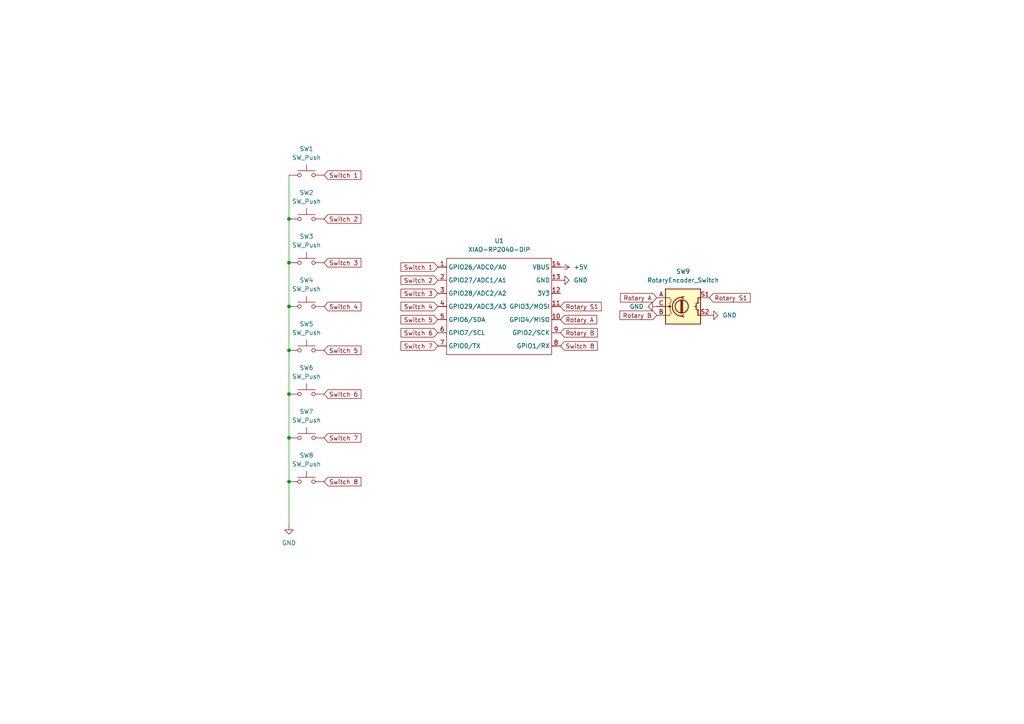
<source format=kicad_sch>
(kicad_sch
	(version 20250114)
	(generator "eeschema")
	(generator_version "9.0")
	(uuid "0162ad42-5e75-4a8e-9567-19ce2367ae9d")
	(paper "A4")
	(lib_symbols
		(symbol "Device:RotaryEncoder_Switch"
			(pin_names
				(offset 0.254)
				(hide yes)
			)
			(exclude_from_sim no)
			(in_bom yes)
			(on_board yes)
			(property "Reference" "SW"
				(at 0 6.604 0)
				(effects
					(font
						(size 1.27 1.27)
					)
				)
			)
			(property "Value" "RotaryEncoder_Switch"
				(at 0 -6.604 0)
				(effects
					(font
						(size 1.27 1.27)
					)
				)
			)
			(property "Footprint" ""
				(at -3.81 4.064 0)
				(effects
					(font
						(size 1.27 1.27)
					)
					(hide yes)
				)
			)
			(property "Datasheet" "~"
				(at 0 6.604 0)
				(effects
					(font
						(size 1.27 1.27)
					)
					(hide yes)
				)
			)
			(property "Description" "Rotary encoder, dual channel, incremental quadrate outputs, with switch"
				(at 0 0 0)
				(effects
					(font
						(size 1.27 1.27)
					)
					(hide yes)
				)
			)
			(property "ki_keywords" "rotary switch encoder switch push button"
				(at 0 0 0)
				(effects
					(font
						(size 1.27 1.27)
					)
					(hide yes)
				)
			)
			(property "ki_fp_filters" "RotaryEncoder*Switch*"
				(at 0 0 0)
				(effects
					(font
						(size 1.27 1.27)
					)
					(hide yes)
				)
			)
			(symbol "RotaryEncoder_Switch_0_1"
				(rectangle
					(start -5.08 5.08)
					(end 5.08 -5.08)
					(stroke
						(width 0.254)
						(type default)
					)
					(fill
						(type background)
					)
				)
				(polyline
					(pts
						(xy -5.08 2.54) (xy -3.81 2.54) (xy -3.81 2.032)
					)
					(stroke
						(width 0)
						(type default)
					)
					(fill
						(type none)
					)
				)
				(polyline
					(pts
						(xy -5.08 0) (xy -3.81 0) (xy -3.81 -1.016) (xy -3.302 -2.032)
					)
					(stroke
						(width 0)
						(type default)
					)
					(fill
						(type none)
					)
				)
				(polyline
					(pts
						(xy -5.08 -2.54) (xy -3.81 -2.54) (xy -3.81 -2.032)
					)
					(stroke
						(width 0)
						(type default)
					)
					(fill
						(type none)
					)
				)
				(polyline
					(pts
						(xy -4.318 0) (xy -3.81 0) (xy -3.81 1.016) (xy -3.302 2.032)
					)
					(stroke
						(width 0)
						(type default)
					)
					(fill
						(type none)
					)
				)
				(circle
					(center -3.81 0)
					(radius 0.254)
					(stroke
						(width 0)
						(type default)
					)
					(fill
						(type outline)
					)
				)
				(polyline
					(pts
						(xy -0.635 -1.778) (xy -0.635 1.778)
					)
					(stroke
						(width 0.254)
						(type default)
					)
					(fill
						(type none)
					)
				)
				(circle
					(center -0.381 0)
					(radius 1.905)
					(stroke
						(width 0.254)
						(type default)
					)
					(fill
						(type none)
					)
				)
				(polyline
					(pts
						(xy -0.381 -1.778) (xy -0.381 1.778)
					)
					(stroke
						(width 0.254)
						(type default)
					)
					(fill
						(type none)
					)
				)
				(arc
					(start -0.381 -2.794)
					(mid -3.0988 -0.0635)
					(end -0.381 2.667)
					(stroke
						(width 0.254)
						(type default)
					)
					(fill
						(type none)
					)
				)
				(polyline
					(pts
						(xy -0.127 1.778) (xy -0.127 -1.778)
					)
					(stroke
						(width 0.254)
						(type default)
					)
					(fill
						(type none)
					)
				)
				(polyline
					(pts
						(xy 0.254 2.921) (xy -0.508 2.667) (xy 0.127 2.286)
					)
					(stroke
						(width 0.254)
						(type default)
					)
					(fill
						(type none)
					)
				)
				(polyline
					(pts
						(xy 0.254 -3.048) (xy -0.508 -2.794) (xy 0.127 -2.413)
					)
					(stroke
						(width 0.254)
						(type default)
					)
					(fill
						(type none)
					)
				)
				(polyline
					(pts
						(xy 3.81 1.016) (xy 3.81 -1.016)
					)
					(stroke
						(width 0.254)
						(type default)
					)
					(fill
						(type none)
					)
				)
				(polyline
					(pts
						(xy 3.81 0) (xy 3.429 0)
					)
					(stroke
						(width 0.254)
						(type default)
					)
					(fill
						(type none)
					)
				)
				(circle
					(center 4.318 1.016)
					(radius 0.127)
					(stroke
						(width 0.254)
						(type default)
					)
					(fill
						(type none)
					)
				)
				(circle
					(center 4.318 -1.016)
					(radius 0.127)
					(stroke
						(width 0.254)
						(type default)
					)
					(fill
						(type none)
					)
				)
				(polyline
					(pts
						(xy 5.08 2.54) (xy 4.318 2.54) (xy 4.318 1.016)
					)
					(stroke
						(width 0.254)
						(type default)
					)
					(fill
						(type none)
					)
				)
				(polyline
					(pts
						(xy 5.08 -2.54) (xy 4.318 -2.54) (xy 4.318 -1.016)
					)
					(stroke
						(width 0.254)
						(type default)
					)
					(fill
						(type none)
					)
				)
			)
			(symbol "RotaryEncoder_Switch_1_1"
				(pin passive line
					(at -7.62 2.54 0)
					(length 2.54)
					(name "A"
						(effects
							(font
								(size 1.27 1.27)
							)
						)
					)
					(number "A"
						(effects
							(font
								(size 1.27 1.27)
							)
						)
					)
				)
				(pin passive line
					(at -7.62 0 0)
					(length 2.54)
					(name "C"
						(effects
							(font
								(size 1.27 1.27)
							)
						)
					)
					(number "C"
						(effects
							(font
								(size 1.27 1.27)
							)
						)
					)
				)
				(pin passive line
					(at -7.62 -2.54 0)
					(length 2.54)
					(name "B"
						(effects
							(font
								(size 1.27 1.27)
							)
						)
					)
					(number "B"
						(effects
							(font
								(size 1.27 1.27)
							)
						)
					)
				)
				(pin passive line
					(at 7.62 2.54 180)
					(length 2.54)
					(name "S1"
						(effects
							(font
								(size 1.27 1.27)
							)
						)
					)
					(number "S1"
						(effects
							(font
								(size 1.27 1.27)
							)
						)
					)
				)
				(pin passive line
					(at 7.62 -2.54 180)
					(length 2.54)
					(name "S2"
						(effects
							(font
								(size 1.27 1.27)
							)
						)
					)
					(number "S2"
						(effects
							(font
								(size 1.27 1.27)
							)
						)
					)
				)
			)
			(embedded_fonts no)
		)
		(symbol "OPL Kicad Library:XIAO-RP2040-DIP"
			(exclude_from_sim no)
			(in_bom yes)
			(on_board yes)
			(property "Reference" "U"
				(at 0 0 0)
				(effects
					(font
						(size 1.27 1.27)
					)
				)
			)
			(property "Value" "XIAO-RP2040-DIP"
				(at 5.334 -1.778 0)
				(effects
					(font
						(size 1.27 1.27)
					)
				)
			)
			(property "Footprint" "Module:MOUDLE14P-XIAO-DIP-SMD"
				(at 14.478 -32.258 0)
				(effects
					(font
						(size 1.27 1.27)
					)
					(hide yes)
				)
			)
			(property "Datasheet" ""
				(at 0 0 0)
				(effects
					(font
						(size 1.27 1.27)
					)
					(hide yes)
				)
			)
			(property "Description" ""
				(at 0 0 0)
				(effects
					(font
						(size 1.27 1.27)
					)
					(hide yes)
				)
			)
			(symbol "XIAO-RP2040-DIP_1_0"
				(polyline
					(pts
						(xy -1.27 -2.54) (xy 29.21 -2.54)
					)
					(stroke
						(width 0.1524)
						(type solid)
					)
					(fill
						(type none)
					)
				)
				(polyline
					(pts
						(xy -1.27 -5.08) (xy -2.54 -5.08)
					)
					(stroke
						(width 0.1524)
						(type solid)
					)
					(fill
						(type none)
					)
				)
				(polyline
					(pts
						(xy -1.27 -5.08) (xy -1.27 -2.54)
					)
					(stroke
						(width 0.1524)
						(type solid)
					)
					(fill
						(type none)
					)
				)
				(polyline
					(pts
						(xy -1.27 -8.89) (xy -2.54 -8.89)
					)
					(stroke
						(width 0.1524)
						(type solid)
					)
					(fill
						(type none)
					)
				)
				(polyline
					(pts
						(xy -1.27 -8.89) (xy -1.27 -5.08)
					)
					(stroke
						(width 0.1524)
						(type solid)
					)
					(fill
						(type none)
					)
				)
				(polyline
					(pts
						(xy -1.27 -12.7) (xy -2.54 -12.7)
					)
					(stroke
						(width 0.1524)
						(type solid)
					)
					(fill
						(type none)
					)
				)
				(polyline
					(pts
						(xy -1.27 -12.7) (xy -1.27 -8.89)
					)
					(stroke
						(width 0.1524)
						(type solid)
					)
					(fill
						(type none)
					)
				)
				(polyline
					(pts
						(xy -1.27 -16.51) (xy -2.54 -16.51)
					)
					(stroke
						(width 0.1524)
						(type solid)
					)
					(fill
						(type none)
					)
				)
				(polyline
					(pts
						(xy -1.27 -16.51) (xy -1.27 -12.7)
					)
					(stroke
						(width 0.1524)
						(type solid)
					)
					(fill
						(type none)
					)
				)
				(polyline
					(pts
						(xy -1.27 -20.32) (xy -2.54 -20.32)
					)
					(stroke
						(width 0.1524)
						(type solid)
					)
					(fill
						(type none)
					)
				)
				(polyline
					(pts
						(xy -1.27 -24.13) (xy -2.54 -24.13)
					)
					(stroke
						(width 0.1524)
						(type solid)
					)
					(fill
						(type none)
					)
				)
				(polyline
					(pts
						(xy -1.27 -27.94) (xy -2.54 -27.94)
					)
					(stroke
						(width 0.1524)
						(type solid)
					)
					(fill
						(type none)
					)
				)
				(polyline
					(pts
						(xy -1.27 -30.48) (xy -1.27 -16.51)
					)
					(stroke
						(width 0.1524)
						(type solid)
					)
					(fill
						(type none)
					)
				)
				(polyline
					(pts
						(xy 29.21 -2.54) (xy 29.21 -5.08)
					)
					(stroke
						(width 0.1524)
						(type solid)
					)
					(fill
						(type none)
					)
				)
				(polyline
					(pts
						(xy 29.21 -5.08) (xy 29.21 -8.89)
					)
					(stroke
						(width 0.1524)
						(type solid)
					)
					(fill
						(type none)
					)
				)
				(polyline
					(pts
						(xy 29.21 -8.89) (xy 29.21 -12.7)
					)
					(stroke
						(width 0.1524)
						(type solid)
					)
					(fill
						(type none)
					)
				)
				(polyline
					(pts
						(xy 29.21 -12.7) (xy 29.21 -30.48)
					)
					(stroke
						(width 0.1524)
						(type solid)
					)
					(fill
						(type none)
					)
				)
				(polyline
					(pts
						(xy 29.21 -30.48) (xy -1.27 -30.48)
					)
					(stroke
						(width 0.1524)
						(type solid)
					)
					(fill
						(type none)
					)
				)
				(polyline
					(pts
						(xy 30.48 -5.08) (xy 29.21 -5.08)
					)
					(stroke
						(width 0.1524)
						(type solid)
					)
					(fill
						(type none)
					)
				)
				(polyline
					(pts
						(xy 30.48 -8.89) (xy 29.21 -8.89)
					)
					(stroke
						(width 0.1524)
						(type solid)
					)
					(fill
						(type none)
					)
				)
				(polyline
					(pts
						(xy 30.48 -12.7) (xy 29.21 -12.7)
					)
					(stroke
						(width 0.1524)
						(type solid)
					)
					(fill
						(type none)
					)
				)
				(polyline
					(pts
						(xy 30.48 -16.51) (xy 29.21 -16.51)
					)
					(stroke
						(width 0.1524)
						(type solid)
					)
					(fill
						(type none)
					)
				)
				(polyline
					(pts
						(xy 30.48 -20.32) (xy 29.21 -20.32)
					)
					(stroke
						(width 0.1524)
						(type solid)
					)
					(fill
						(type none)
					)
				)
				(polyline
					(pts
						(xy 30.48 -24.13) (xy 29.21 -24.13)
					)
					(stroke
						(width 0.1524)
						(type solid)
					)
					(fill
						(type none)
					)
				)
				(polyline
					(pts
						(xy 30.48 -27.94) (xy 29.21 -27.94)
					)
					(stroke
						(width 0.1524)
						(type solid)
					)
					(fill
						(type none)
					)
				)
				(pin passive line
					(at -3.81 -5.08 0)
					(length 2.54)
					(name "GPIO26/ADC0/A0"
						(effects
							(font
								(size 1.27 1.27)
							)
						)
					)
					(number "1"
						(effects
							(font
								(size 1.27 1.27)
							)
						)
					)
				)
				(pin passive line
					(at -3.81 -8.89 0)
					(length 2.54)
					(name "GPIO27/ADC1/A1"
						(effects
							(font
								(size 1.27 1.27)
							)
						)
					)
					(number "2"
						(effects
							(font
								(size 1.27 1.27)
							)
						)
					)
				)
				(pin passive line
					(at -3.81 -12.7 0)
					(length 2.54)
					(name "GPIO28/ADC2/A2"
						(effects
							(font
								(size 1.27 1.27)
							)
						)
					)
					(number "3"
						(effects
							(font
								(size 1.27 1.27)
							)
						)
					)
				)
				(pin passive line
					(at -3.81 -16.51 0)
					(length 2.54)
					(name "GPIO29/ADC3/A3"
						(effects
							(font
								(size 1.27 1.27)
							)
						)
					)
					(number "4"
						(effects
							(font
								(size 1.27 1.27)
							)
						)
					)
				)
				(pin passive line
					(at -3.81 -20.32 0)
					(length 2.54)
					(name "GPIO6/SDA"
						(effects
							(font
								(size 1.27 1.27)
							)
						)
					)
					(number "5"
						(effects
							(font
								(size 1.27 1.27)
							)
						)
					)
				)
				(pin passive line
					(at -3.81 -24.13 0)
					(length 2.54)
					(name "GPIO7/SCL"
						(effects
							(font
								(size 1.27 1.27)
							)
						)
					)
					(number "6"
						(effects
							(font
								(size 1.27 1.27)
							)
						)
					)
				)
				(pin passive line
					(at -3.81 -27.94 0)
					(length 2.54)
					(name "GPIO0/TX"
						(effects
							(font
								(size 1.27 1.27)
							)
						)
					)
					(number "7"
						(effects
							(font
								(size 1.27 1.27)
							)
						)
					)
				)
				(pin passive line
					(at 31.75 -5.08 180)
					(length 2.54)
					(name "VBUS"
						(effects
							(font
								(size 1.27 1.27)
							)
						)
					)
					(number "14"
						(effects
							(font
								(size 1.27 1.27)
							)
						)
					)
				)
				(pin passive line
					(at 31.75 -8.89 180)
					(length 2.54)
					(name "GND"
						(effects
							(font
								(size 1.27 1.27)
							)
						)
					)
					(number "13"
						(effects
							(font
								(size 1.27 1.27)
							)
						)
					)
				)
				(pin passive line
					(at 31.75 -12.7 180)
					(length 2.54)
					(name "3V3"
						(effects
							(font
								(size 1.27 1.27)
							)
						)
					)
					(number "12"
						(effects
							(font
								(size 1.27 1.27)
							)
						)
					)
				)
				(pin passive line
					(at 31.75 -16.51 180)
					(length 2.54)
					(name "GPIO3/MOSI"
						(effects
							(font
								(size 1.27 1.27)
							)
						)
					)
					(number "11"
						(effects
							(font
								(size 1.27 1.27)
							)
						)
					)
				)
				(pin passive line
					(at 31.75 -20.32 180)
					(length 2.54)
					(name "GPIO4/MISO"
						(effects
							(font
								(size 1.27 1.27)
							)
						)
					)
					(number "10"
						(effects
							(font
								(size 1.27 1.27)
							)
						)
					)
				)
				(pin passive line
					(at 31.75 -24.13 180)
					(length 2.54)
					(name "GPIO2/SCK"
						(effects
							(font
								(size 1.27 1.27)
							)
						)
					)
					(number "9"
						(effects
							(font
								(size 1.27 1.27)
							)
						)
					)
				)
				(pin passive line
					(at 31.75 -27.94 180)
					(length 2.54)
					(name "GPIO1/RX"
						(effects
							(font
								(size 1.27 1.27)
							)
						)
					)
					(number "8"
						(effects
							(font
								(size 1.27 1.27)
							)
						)
					)
				)
			)
			(embedded_fonts no)
		)
		(symbol "Switch:SW_Push"
			(pin_numbers
				(hide yes)
			)
			(pin_names
				(offset 1.016)
				(hide yes)
			)
			(exclude_from_sim no)
			(in_bom yes)
			(on_board yes)
			(property "Reference" "SW"
				(at 1.27 2.54 0)
				(effects
					(font
						(size 1.27 1.27)
					)
					(justify left)
				)
			)
			(property "Value" "SW_Push"
				(at 0 -1.524 0)
				(effects
					(font
						(size 1.27 1.27)
					)
				)
			)
			(property "Footprint" ""
				(at 0 5.08 0)
				(effects
					(font
						(size 1.27 1.27)
					)
					(hide yes)
				)
			)
			(property "Datasheet" "~"
				(at 0 5.08 0)
				(effects
					(font
						(size 1.27 1.27)
					)
					(hide yes)
				)
			)
			(property "Description" "Push button switch, generic, two pins"
				(at 0 0 0)
				(effects
					(font
						(size 1.27 1.27)
					)
					(hide yes)
				)
			)
			(property "ki_keywords" "switch normally-open pushbutton push-button"
				(at 0 0 0)
				(effects
					(font
						(size 1.27 1.27)
					)
					(hide yes)
				)
			)
			(symbol "SW_Push_0_1"
				(circle
					(center -2.032 0)
					(radius 0.508)
					(stroke
						(width 0)
						(type default)
					)
					(fill
						(type none)
					)
				)
				(polyline
					(pts
						(xy 0 1.27) (xy 0 3.048)
					)
					(stroke
						(width 0)
						(type default)
					)
					(fill
						(type none)
					)
				)
				(circle
					(center 2.032 0)
					(radius 0.508)
					(stroke
						(width 0)
						(type default)
					)
					(fill
						(type none)
					)
				)
				(polyline
					(pts
						(xy 2.54 1.27) (xy -2.54 1.27)
					)
					(stroke
						(width 0)
						(type default)
					)
					(fill
						(type none)
					)
				)
				(pin passive line
					(at -5.08 0 0)
					(length 2.54)
					(name "1"
						(effects
							(font
								(size 1.27 1.27)
							)
						)
					)
					(number "1"
						(effects
							(font
								(size 1.27 1.27)
							)
						)
					)
				)
				(pin passive line
					(at 5.08 0 180)
					(length 2.54)
					(name "2"
						(effects
							(font
								(size 1.27 1.27)
							)
						)
					)
					(number "2"
						(effects
							(font
								(size 1.27 1.27)
							)
						)
					)
				)
			)
			(embedded_fonts no)
		)
		(symbol "power:+5V"
			(power)
			(pin_numbers
				(hide yes)
			)
			(pin_names
				(offset 0)
				(hide yes)
			)
			(exclude_from_sim no)
			(in_bom yes)
			(on_board yes)
			(property "Reference" "#PWR"
				(at 0 -3.81 0)
				(effects
					(font
						(size 1.27 1.27)
					)
					(hide yes)
				)
			)
			(property "Value" "+5V"
				(at 0 3.556 0)
				(effects
					(font
						(size 1.27 1.27)
					)
				)
			)
			(property "Footprint" ""
				(at 0 0 0)
				(effects
					(font
						(size 1.27 1.27)
					)
					(hide yes)
				)
			)
			(property "Datasheet" ""
				(at 0 0 0)
				(effects
					(font
						(size 1.27 1.27)
					)
					(hide yes)
				)
			)
			(property "Description" "Power symbol creates a global label with name \"+5V\""
				(at 0 0 0)
				(effects
					(font
						(size 1.27 1.27)
					)
					(hide yes)
				)
			)
			(property "ki_keywords" "global power"
				(at 0 0 0)
				(effects
					(font
						(size 1.27 1.27)
					)
					(hide yes)
				)
			)
			(symbol "+5V_0_1"
				(polyline
					(pts
						(xy -0.762 1.27) (xy 0 2.54)
					)
					(stroke
						(width 0)
						(type default)
					)
					(fill
						(type none)
					)
				)
				(polyline
					(pts
						(xy 0 2.54) (xy 0.762 1.27)
					)
					(stroke
						(width 0)
						(type default)
					)
					(fill
						(type none)
					)
				)
				(polyline
					(pts
						(xy 0 0) (xy 0 2.54)
					)
					(stroke
						(width 0)
						(type default)
					)
					(fill
						(type none)
					)
				)
			)
			(symbol "+5V_1_1"
				(pin power_in line
					(at 0 0 90)
					(length 0)
					(name "~"
						(effects
							(font
								(size 1.27 1.27)
							)
						)
					)
					(number "1"
						(effects
							(font
								(size 1.27 1.27)
							)
						)
					)
				)
			)
			(embedded_fonts no)
		)
		(symbol "power:GND"
			(power)
			(pin_numbers
				(hide yes)
			)
			(pin_names
				(offset 0)
				(hide yes)
			)
			(exclude_from_sim no)
			(in_bom yes)
			(on_board yes)
			(property "Reference" "#PWR"
				(at 0 -6.35 0)
				(effects
					(font
						(size 1.27 1.27)
					)
					(hide yes)
				)
			)
			(property "Value" "GND"
				(at 0 -3.81 0)
				(effects
					(font
						(size 1.27 1.27)
					)
				)
			)
			(property "Footprint" ""
				(at 0 0 0)
				(effects
					(font
						(size 1.27 1.27)
					)
					(hide yes)
				)
			)
			(property "Datasheet" ""
				(at 0 0 0)
				(effects
					(font
						(size 1.27 1.27)
					)
					(hide yes)
				)
			)
			(property "Description" "Power symbol creates a global label with name \"GND\" , ground"
				(at 0 0 0)
				(effects
					(font
						(size 1.27 1.27)
					)
					(hide yes)
				)
			)
			(property "ki_keywords" "global power"
				(at 0 0 0)
				(effects
					(font
						(size 1.27 1.27)
					)
					(hide yes)
				)
			)
			(symbol "GND_0_1"
				(polyline
					(pts
						(xy 0 0) (xy 0 -1.27) (xy 1.27 -1.27) (xy 0 -2.54) (xy -1.27 -1.27) (xy 0 -1.27)
					)
					(stroke
						(width 0)
						(type default)
					)
					(fill
						(type none)
					)
				)
			)
			(symbol "GND_1_1"
				(pin power_in line
					(at 0 0 270)
					(length 0)
					(name "~"
						(effects
							(font
								(size 1.27 1.27)
							)
						)
					)
					(number "1"
						(effects
							(font
								(size 1.27 1.27)
							)
						)
					)
				)
			)
			(embedded_fonts no)
		)
	)
	(junction
		(at 83.82 76.2)
		(diameter 0)
		(color 0 0 0 0)
		(uuid "1d86003e-8936-46b7-81c2-998a50e5cd6a")
	)
	(junction
		(at 83.82 88.9)
		(diameter 0)
		(color 0 0 0 0)
		(uuid "2375fd1b-f5d3-4355-aca5-d66734a9b665")
	)
	(junction
		(at 83.82 101.6)
		(diameter 0)
		(color 0 0 0 0)
		(uuid "39993dbb-14c5-461e-bd84-80705c5beb39")
	)
	(junction
		(at 83.82 114.3)
		(diameter 0)
		(color 0 0 0 0)
		(uuid "49104f86-4d1c-4956-8308-3d76745ebdeb")
	)
	(junction
		(at 83.82 63.5)
		(diameter 0)
		(color 0 0 0 0)
		(uuid "600d3ed8-7149-4771-baa5-62de4bbc4774")
	)
	(junction
		(at 83.82 127)
		(diameter 0)
		(color 0 0 0 0)
		(uuid "c37858f0-a88a-4607-846f-8dd5e83e2075")
	)
	(junction
		(at 83.82 139.7)
		(diameter 0)
		(color 0 0 0 0)
		(uuid "f7c28f83-64eb-48b1-9114-21fe6d5fe948")
	)
	(wire
		(pts
			(xy 83.82 114.3) (xy 83.82 127)
		)
		(stroke
			(width 0)
			(type default)
		)
		(uuid "209f7ae0-b8a5-4c0c-8de2-03fa0add9f87")
	)
	(wire
		(pts
			(xy 83.82 63.5) (xy 83.82 76.2)
		)
		(stroke
			(width 0)
			(type default)
		)
		(uuid "213af16a-eecc-419b-9c3c-af6c8a506351")
	)
	(wire
		(pts
			(xy 83.82 50.8) (xy 83.82 63.5)
		)
		(stroke
			(width 0)
			(type default)
		)
		(uuid "23533a65-fb43-4695-a047-92d1af028f7a")
	)
	(wire
		(pts
			(xy 83.82 127) (xy 83.82 139.7)
		)
		(stroke
			(width 0)
			(type default)
		)
		(uuid "2876793a-0c9e-4652-812a-47dbae80a389")
	)
	(wire
		(pts
			(xy 83.82 76.2) (xy 83.82 88.9)
		)
		(stroke
			(width 0)
			(type default)
		)
		(uuid "86dd828b-5c17-46fd-994f-77e2e65f7eaf")
	)
	(wire
		(pts
			(xy 83.82 139.7) (xy 83.82 152.4)
		)
		(stroke
			(width 0)
			(type default)
		)
		(uuid "ac823458-9743-4d6a-b406-c56418a11090")
	)
	(wire
		(pts
			(xy 83.82 88.9) (xy 83.82 101.6)
		)
		(stroke
			(width 0)
			(type default)
		)
		(uuid "e9728d56-b054-4a96-a205-899c328de4fc")
	)
	(wire
		(pts
			(xy 83.82 101.6) (xy 83.82 114.3)
		)
		(stroke
			(width 0)
			(type default)
		)
		(uuid "f58715a9-25a8-49a7-8685-af843c6efe8b")
	)
	(global_label "Switch 1"
		(shape input)
		(at 127 77.47 180)
		(fields_autoplaced yes)
		(effects
			(font
				(size 1.27 1.27)
			)
			(justify right)
		)
		(uuid "02347dd7-26fe-4eab-a317-f278ad9eb918")
		(property "Intersheetrefs" "${INTERSHEET_REFS}"
			(at 115.7296 77.47 0)
			(effects
				(font
					(size 1.27 1.27)
				)
				(justify right)
				(hide yes)
			)
		)
	)
	(global_label "Switch 1"
		(shape input)
		(at 93.98 50.8 0)
		(fields_autoplaced yes)
		(effects
			(font
				(size 1.27 1.27)
			)
			(justify left)
		)
		(uuid "1e88d5a3-5029-490b-bf7e-f3b69c7c5e36")
		(property "Intersheetrefs" "${INTERSHEET_REFS}"
			(at 105.2504 50.8 0)
			(effects
				(font
					(size 1.27 1.27)
				)
				(justify left)
				(hide yes)
			)
		)
	)
	(global_label "Switch 4"
		(shape input)
		(at 127 88.9 180)
		(fields_autoplaced yes)
		(effects
			(font
				(size 1.27 1.27)
			)
			(justify right)
		)
		(uuid "2880d4c3-5255-4e7f-9a9c-de9c1ccd5452")
		(property "Intersheetrefs" "${INTERSHEET_REFS}"
			(at 115.7296 88.9 0)
			(effects
				(font
					(size 1.27 1.27)
				)
				(justify right)
				(hide yes)
			)
		)
	)
	(global_label "Switch 4"
		(shape input)
		(at 93.98 88.9 0)
		(fields_autoplaced yes)
		(effects
			(font
				(size 1.27 1.27)
			)
			(justify left)
		)
		(uuid "4b274bcb-2f2d-4bcf-961d-19bd008193ea")
		(property "Intersheetrefs" "${INTERSHEET_REFS}"
			(at 105.2504 88.9 0)
			(effects
				(font
					(size 1.27 1.27)
				)
				(justify left)
				(hide yes)
			)
		)
	)
	(global_label "Switch 8"
		(shape input)
		(at 93.98 139.7 0)
		(fields_autoplaced yes)
		(effects
			(font
				(size 1.27 1.27)
			)
			(justify left)
		)
		(uuid "534fc4ab-ed89-43c3-8d89-c16f0ba7278c")
		(property "Intersheetrefs" "${INTERSHEET_REFS}"
			(at 105.2504 139.7 0)
			(effects
				(font
					(size 1.27 1.27)
				)
				(justify left)
				(hide yes)
			)
		)
	)
	(global_label "Switch 2"
		(shape input)
		(at 93.98 63.5 0)
		(fields_autoplaced yes)
		(effects
			(font
				(size 1.27 1.27)
			)
			(justify left)
		)
		(uuid "5851ab4c-c27d-4d2b-adc1-dd5d9101cbb5")
		(property "Intersheetrefs" "${INTERSHEET_REFS}"
			(at 105.2504 63.5 0)
			(effects
				(font
					(size 1.27 1.27)
				)
				(justify left)
				(hide yes)
			)
		)
	)
	(global_label "Rotary S1"
		(shape input)
		(at 162.56 88.9 0)
		(fields_autoplaced yes)
		(effects
			(font
				(size 1.27 1.27)
			)
			(justify left)
		)
		(uuid "58a5baca-98c4-49f6-aa33-5ef3778d278f")
		(property "Intersheetrefs" "${INTERSHEET_REFS}"
			(at 174.9793 88.9 0)
			(effects
				(font
					(size 1.27 1.27)
				)
				(justify left)
				(hide yes)
			)
		)
	)
	(global_label "Switch 5"
		(shape input)
		(at 127 92.71 180)
		(fields_autoplaced yes)
		(effects
			(font
				(size 1.27 1.27)
			)
			(justify right)
		)
		(uuid "6a3b1dd8-c565-4979-bcfa-656982eaac1b")
		(property "Intersheetrefs" "${INTERSHEET_REFS}"
			(at 115.7296 92.71 0)
			(effects
				(font
					(size 1.27 1.27)
				)
				(justify right)
				(hide yes)
			)
		)
	)
	(global_label "Switch 6"
		(shape input)
		(at 127 96.52 180)
		(fields_autoplaced yes)
		(effects
			(font
				(size 1.27 1.27)
			)
			(justify right)
		)
		(uuid "6b4495d0-8d49-4d03-a6ab-8b304f9ab52c")
		(property "Intersheetrefs" "${INTERSHEET_REFS}"
			(at 115.7296 96.52 0)
			(effects
				(font
					(size 1.27 1.27)
				)
				(justify right)
				(hide yes)
			)
		)
	)
	(global_label "Switch 8"
		(shape input)
		(at 162.56 100.33 0)
		(fields_autoplaced yes)
		(effects
			(font
				(size 1.27 1.27)
			)
			(justify left)
		)
		(uuid "71090d5e-bae7-45ff-ab1b-2ada980ce983")
		(property "Intersheetrefs" "${INTERSHEET_REFS}"
			(at 173.8304 100.33 0)
			(effects
				(font
					(size 1.27 1.27)
				)
				(justify left)
				(hide yes)
			)
		)
	)
	(global_label "Switch 3"
		(shape input)
		(at 93.98 76.2 0)
		(fields_autoplaced yes)
		(effects
			(font
				(size 1.27 1.27)
			)
			(justify left)
		)
		(uuid "73054566-3b4d-466c-bf45-f5a3cd8a43a8")
		(property "Intersheetrefs" "${INTERSHEET_REFS}"
			(at 105.2504 76.2 0)
			(effects
				(font
					(size 1.27 1.27)
				)
				(justify left)
				(hide yes)
			)
		)
	)
	(global_label "Switch 5"
		(shape input)
		(at 93.98 101.6 0)
		(fields_autoplaced yes)
		(effects
			(font
				(size 1.27 1.27)
			)
			(justify left)
		)
		(uuid "93b065cf-b0bd-4138-8be0-b63672a7ebfb")
		(property "Intersheetrefs" "${INTERSHEET_REFS}"
			(at 105.2504 101.6 0)
			(effects
				(font
					(size 1.27 1.27)
				)
				(justify left)
				(hide yes)
			)
		)
	)
	(global_label "Rotary A"
		(shape input)
		(at 162.56 92.71 0)
		(fields_autoplaced yes)
		(effects
			(font
				(size 1.27 1.27)
			)
			(justify left)
		)
		(uuid "9a6a750f-4b06-43ef-8dc1-7544a355b8ec")
		(property "Intersheetrefs" "${INTERSHEET_REFS}"
			(at 173.6489 92.71 0)
			(effects
				(font
					(size 1.27 1.27)
				)
				(justify left)
				(hide yes)
			)
		)
	)
	(global_label "Rotary S1"
		(shape input)
		(at 205.74 86.36 0)
		(fields_autoplaced yes)
		(effects
			(font
				(size 1.27 1.27)
			)
			(justify left)
		)
		(uuid "a56b0b65-ec34-4a6e-ae39-12bd1eecfe22")
		(property "Intersheetrefs" "${INTERSHEET_REFS}"
			(at 218.1593 86.36 0)
			(effects
				(font
					(size 1.27 1.27)
				)
				(justify left)
				(hide yes)
			)
		)
	)
	(global_label "Switch 7"
		(shape input)
		(at 93.98 127 0)
		(fields_autoplaced yes)
		(effects
			(font
				(size 1.27 1.27)
			)
			(justify left)
		)
		(uuid "a6d2e669-0e17-4017-b418-71a27c93cd2c")
		(property "Intersheetrefs" "${INTERSHEET_REFS}"
			(at 105.2504 127 0)
			(effects
				(font
					(size 1.27 1.27)
				)
				(justify left)
				(hide yes)
			)
		)
	)
	(global_label "Rotary B"
		(shape input)
		(at 162.56 96.52 0)
		(fields_autoplaced yes)
		(effects
			(font
				(size 1.27 1.27)
			)
			(justify left)
		)
		(uuid "c3214a2c-b6ea-479d-b3b7-82b64eb6150c")
		(property "Intersheetrefs" "${INTERSHEET_REFS}"
			(at 173.8303 96.52 0)
			(effects
				(font
					(size 1.27 1.27)
				)
				(justify left)
				(hide yes)
			)
		)
	)
	(global_label "Switch 3"
		(shape input)
		(at 127 85.09 180)
		(fields_autoplaced yes)
		(effects
			(font
				(size 1.27 1.27)
			)
			(justify right)
		)
		(uuid "c3ca3091-39b7-4d23-9064-234c4c8e8509")
		(property "Intersheetrefs" "${INTERSHEET_REFS}"
			(at 115.7296 85.09 0)
			(effects
				(font
					(size 1.27 1.27)
				)
				(justify right)
				(hide yes)
			)
		)
	)
	(global_label "Switch 2"
		(shape input)
		(at 127 81.28 180)
		(fields_autoplaced yes)
		(effects
			(font
				(size 1.27 1.27)
			)
			(justify right)
		)
		(uuid "c8f0c362-0586-46ce-a6ca-a426760463e1")
		(property "Intersheetrefs" "${INTERSHEET_REFS}"
			(at 115.7296 81.28 0)
			(effects
				(font
					(size 1.27 1.27)
				)
				(justify right)
				(hide yes)
			)
		)
	)
	(global_label "Switch 6"
		(shape input)
		(at 93.98 114.3 0)
		(fields_autoplaced yes)
		(effects
			(font
				(size 1.27 1.27)
			)
			(justify left)
		)
		(uuid "cf34c43a-8993-4450-a1f0-07dcbccbd239")
		(property "Intersheetrefs" "${INTERSHEET_REFS}"
			(at 105.2504 114.3 0)
			(effects
				(font
					(size 1.27 1.27)
				)
				(justify left)
				(hide yes)
			)
		)
	)
	(global_label "Switch 7"
		(shape input)
		(at 127 100.33 180)
		(fields_autoplaced yes)
		(effects
			(font
				(size 1.27 1.27)
			)
			(justify right)
		)
		(uuid "d263ea9c-c563-4ac7-951b-d878311d4973")
		(property "Intersheetrefs" "${INTERSHEET_REFS}"
			(at 115.7296 100.33 0)
			(effects
				(font
					(size 1.27 1.27)
				)
				(justify right)
				(hide yes)
			)
		)
	)
	(global_label "Rotary B"
		(shape input)
		(at 190.5 91.44 180)
		(fields_autoplaced yes)
		(effects
			(font
				(size 1.27 1.27)
			)
			(justify right)
		)
		(uuid "e0dc01ad-d5ba-4746-9428-6243b636f709")
		(property "Intersheetrefs" "${INTERSHEET_REFS}"
			(at 179.2297 91.44 0)
			(effects
				(font
					(size 1.27 1.27)
				)
				(justify right)
				(hide yes)
			)
		)
	)
	(global_label "Rotary A"
		(shape input)
		(at 190.5 86.36 180)
		(fields_autoplaced yes)
		(effects
			(font
				(size 1.27 1.27)
			)
			(justify right)
		)
		(uuid "eb4b0872-91df-4959-90a4-adc6b49ecd8f")
		(property "Intersheetrefs" "${INTERSHEET_REFS}"
			(at 179.4111 86.36 0)
			(effects
				(font
					(size 1.27 1.27)
				)
				(justify right)
				(hide yes)
			)
		)
	)
	(symbol
		(lib_id "power:GND")
		(at 83.82 152.4 0)
		(unit 1)
		(exclude_from_sim no)
		(in_bom yes)
		(on_board yes)
		(dnp no)
		(uuid "0a2d37bb-2839-4713-a279-e0ba99dd4108")
		(property "Reference" "#PWR03"
			(at 83.82 158.75 0)
			(effects
				(font
					(size 1.27 1.27)
				)
				(hide yes)
			)
		)
		(property "Value" "GND"
			(at 83.82 157.48 0)
			(effects
				(font
					(size 1.27 1.27)
				)
			)
		)
		(property "Footprint" ""
			(at 83.82 152.4 0)
			(effects
				(font
					(size 1.27 1.27)
				)
				(hide yes)
			)
		)
		(property "Datasheet" ""
			(at 83.82 152.4 0)
			(effects
				(font
					(size 1.27 1.27)
				)
				(hide yes)
			)
		)
		(property "Description" "Power symbol creates a global label with name \"GND\" , ground"
			(at 83.82 152.4 0)
			(effects
				(font
					(size 1.27 1.27)
				)
				(hide yes)
			)
		)
		(pin "1"
			(uuid "fe7901d4-b514-41bd-b381-4b23d691060d")
		)
		(instances
			(project "HackPad"
				(path "/0162ad42-5e75-4a8e-9567-19ce2367ae9d"
					(reference "#PWR03")
					(unit 1)
				)
			)
		)
	)
	(symbol
		(lib_id "power:+5V")
		(at 162.56 77.47 270)
		(unit 1)
		(exclude_from_sim no)
		(in_bom yes)
		(on_board yes)
		(dnp no)
		(fields_autoplaced yes)
		(uuid "0d0b23bc-534c-4db3-a9ac-dd506cde1f8c")
		(property "Reference" "#PWR02"
			(at 158.75 77.47 0)
			(effects
				(font
					(size 1.27 1.27)
				)
				(hide yes)
			)
		)
		(property "Value" "+5V"
			(at 166.37 77.4699 90)
			(effects
				(font
					(size 1.27 1.27)
				)
				(justify left)
			)
		)
		(property "Footprint" ""
			(at 162.56 77.47 0)
			(effects
				(font
					(size 1.27 1.27)
				)
				(hide yes)
			)
		)
		(property "Datasheet" ""
			(at 162.56 77.47 0)
			(effects
				(font
					(size 1.27 1.27)
				)
				(hide yes)
			)
		)
		(property "Description" "Power symbol creates a global label with name \"+5V\""
			(at 162.56 77.47 0)
			(effects
				(font
					(size 1.27 1.27)
				)
				(hide yes)
			)
		)
		(pin "1"
			(uuid "2a4f05ce-dad0-4bd1-9150-8e986b8dd0b9")
		)
		(instances
			(project ""
				(path "/0162ad42-5e75-4a8e-9567-19ce2367ae9d"
					(reference "#PWR02")
					(unit 1)
				)
			)
		)
	)
	(symbol
		(lib_id "Switch:SW_Push")
		(at 88.9 139.7 0)
		(unit 1)
		(exclude_from_sim no)
		(in_bom yes)
		(on_board yes)
		(dnp no)
		(fields_autoplaced yes)
		(uuid "243c86cd-e6c2-41cb-8f60-cf424c32b51e")
		(property "Reference" "SW8"
			(at 88.9 132.08 0)
			(effects
				(font
					(size 1.27 1.27)
				)
			)
		)
		(property "Value" "SW_Push"
			(at 88.9 134.62 0)
			(effects
				(font
					(size 1.27 1.27)
				)
			)
		)
		(property "Footprint" "ScottoKeebs_MX:MX_PCB_1.00u"
			(at 88.9 134.62 0)
			(effects
				(font
					(size 1.27 1.27)
				)
				(hide yes)
			)
		)
		(property "Datasheet" "~"
			(at 88.9 134.62 0)
			(effects
				(font
					(size 1.27 1.27)
				)
				(hide yes)
			)
		)
		(property "Description" "Push button switch, generic, two pins"
			(at 88.9 139.7 0)
			(effects
				(font
					(size 1.27 1.27)
				)
				(hide yes)
			)
		)
		(pin "1"
			(uuid "bb304ed7-b9cb-455e-9170-edc6e59c89b9")
		)
		(pin "2"
			(uuid "43a58ae9-9ecb-465a-826d-ed499e840739")
		)
		(instances
			(project "HackPad"
				(path "/0162ad42-5e75-4a8e-9567-19ce2367ae9d"
					(reference "SW8")
					(unit 1)
				)
			)
		)
	)
	(symbol
		(lib_id "Switch:SW_Push")
		(at 88.9 127 0)
		(unit 1)
		(exclude_from_sim no)
		(in_bom yes)
		(on_board yes)
		(dnp no)
		(fields_autoplaced yes)
		(uuid "330b0674-2fe7-4235-9c85-2d6d56d87673")
		(property "Reference" "SW7"
			(at 88.9 119.38 0)
			(effects
				(font
					(size 1.27 1.27)
				)
			)
		)
		(property "Value" "SW_Push"
			(at 88.9 121.92 0)
			(effects
				(font
					(size 1.27 1.27)
				)
			)
		)
		(property "Footprint" "ScottoKeebs_MX:MX_PCB_1.00u"
			(at 88.9 121.92 0)
			(effects
				(font
					(size 1.27 1.27)
				)
				(hide yes)
			)
		)
		(property "Datasheet" "~"
			(at 88.9 121.92 0)
			(effects
				(font
					(size 1.27 1.27)
				)
				(hide yes)
			)
		)
		(property "Description" "Push button switch, generic, two pins"
			(at 88.9 127 0)
			(effects
				(font
					(size 1.27 1.27)
				)
				(hide yes)
			)
		)
		(pin "1"
			(uuid "3b757919-436a-4c00-b263-3b50048b3478")
		)
		(pin "2"
			(uuid "5b4ada13-ab8b-4790-a030-e8cad2bd66ba")
		)
		(instances
			(project "HackPad"
				(path "/0162ad42-5e75-4a8e-9567-19ce2367ae9d"
					(reference "SW7")
					(unit 1)
				)
			)
		)
	)
	(symbol
		(lib_id "Switch:SW_Push")
		(at 88.9 114.3 0)
		(unit 1)
		(exclude_from_sim no)
		(in_bom yes)
		(on_board yes)
		(dnp no)
		(fields_autoplaced yes)
		(uuid "4da997e7-4bcc-4262-8915-48c173338722")
		(property "Reference" "SW6"
			(at 88.9 106.68 0)
			(effects
				(font
					(size 1.27 1.27)
				)
			)
		)
		(property "Value" "SW_Push"
			(at 88.9 109.22 0)
			(effects
				(font
					(size 1.27 1.27)
				)
			)
		)
		(property "Footprint" "ScottoKeebs_MX:MX_PCB_1.00u"
			(at 88.9 109.22 0)
			(effects
				(font
					(size 1.27 1.27)
				)
				(hide yes)
			)
		)
		(property "Datasheet" "~"
			(at 88.9 109.22 0)
			(effects
				(font
					(size 1.27 1.27)
				)
				(hide yes)
			)
		)
		(property "Description" "Push button switch, generic, two pins"
			(at 88.9 114.3 0)
			(effects
				(font
					(size 1.27 1.27)
				)
				(hide yes)
			)
		)
		(pin "1"
			(uuid "8d53ac19-a0ef-4d36-a485-a321676238c5")
		)
		(pin "2"
			(uuid "80ce79d4-cd78-4609-bfc1-acbb5398d361")
		)
		(instances
			(project "HackPad"
				(path "/0162ad42-5e75-4a8e-9567-19ce2367ae9d"
					(reference "SW6")
					(unit 1)
				)
			)
		)
	)
	(symbol
		(lib_id "power:GND")
		(at 205.74 91.44 90)
		(unit 1)
		(exclude_from_sim no)
		(in_bom yes)
		(on_board yes)
		(dnp no)
		(fields_autoplaced yes)
		(uuid "5dc68aca-8af0-4542-9272-a3decafa843f")
		(property "Reference" "#PWR04"
			(at 212.09 91.44 0)
			(effects
				(font
					(size 1.27 1.27)
				)
				(hide yes)
			)
		)
		(property "Value" "GND"
			(at 209.55 91.4399 90)
			(effects
				(font
					(size 1.27 1.27)
				)
				(justify right)
			)
		)
		(property "Footprint" ""
			(at 205.74 91.44 0)
			(effects
				(font
					(size 1.27 1.27)
				)
				(hide yes)
			)
		)
		(property "Datasheet" ""
			(at 205.74 91.44 0)
			(effects
				(font
					(size 1.27 1.27)
				)
				(hide yes)
			)
		)
		(property "Description" "Power symbol creates a global label with name \"GND\" , ground"
			(at 205.74 91.44 0)
			(effects
				(font
					(size 1.27 1.27)
				)
				(hide yes)
			)
		)
		(pin "1"
			(uuid "33b21d90-98ba-4746-83bf-e0d3a8d861b2")
		)
		(instances
			(project ""
				(path "/0162ad42-5e75-4a8e-9567-19ce2367ae9d"
					(reference "#PWR04")
					(unit 1)
				)
			)
		)
	)
	(symbol
		(lib_id "Device:RotaryEncoder_Switch")
		(at 198.12 88.9 0)
		(unit 1)
		(exclude_from_sim no)
		(in_bom yes)
		(on_board yes)
		(dnp no)
		(uuid "708fc512-1d18-4b44-971b-999f35428052")
		(property "Reference" "SW9"
			(at 198.12 78.74 0)
			(effects
				(font
					(size 1.27 1.27)
				)
			)
		)
		(property "Value" "RotaryEncoder_Switch"
			(at 198.12 81.28 0)
			(effects
				(font
					(size 1.27 1.27)
				)
			)
		)
		(property "Footprint" "Rotary_Encoder:RotaryEncoder_Alps_EC11E-Switch_Vertical_H20mm"
			(at 194.31 84.836 0)
			(effects
				(font
					(size 1.27 1.27)
				)
				(hide yes)
			)
		)
		(property "Datasheet" "~"
			(at 198.12 82.296 0)
			(effects
				(font
					(size 1.27 1.27)
				)
				(hide yes)
			)
		)
		(property "Description" "Rotary encoder, dual channel, incremental quadrate outputs, with switch"
			(at 198.12 88.9 0)
			(effects
				(font
					(size 1.27 1.27)
				)
				(hide yes)
			)
		)
		(pin "B"
			(uuid "25f566d0-17e5-4705-9b1f-a1f832bf688c")
		)
		(pin "S2"
			(uuid "8c9663db-d997-49ba-bf50-bea909162c34")
		)
		(pin "A"
			(uuid "0687b124-c436-4f85-a1cd-d1b60e660b7e")
		)
		(pin "C"
			(uuid "e032bf35-c756-4e47-80e0-3677f97354d1")
		)
		(pin "S1"
			(uuid "e22ed04f-2ff6-4637-98c7-944675714a72")
		)
		(instances
			(project ""
				(path "/0162ad42-5e75-4a8e-9567-19ce2367ae9d"
					(reference "SW9")
					(unit 1)
				)
			)
		)
	)
	(symbol
		(lib_id "Switch:SW_Push")
		(at 88.9 63.5 0)
		(unit 1)
		(exclude_from_sim no)
		(in_bom yes)
		(on_board yes)
		(dnp no)
		(fields_autoplaced yes)
		(uuid "a1b5c5d7-5466-4031-9d84-05900fc7e4f3")
		(property "Reference" "SW2"
			(at 88.9 55.88 0)
			(effects
				(font
					(size 1.27 1.27)
				)
			)
		)
		(property "Value" "SW_Push"
			(at 88.9 58.42 0)
			(effects
				(font
					(size 1.27 1.27)
				)
			)
		)
		(property "Footprint" "ScottoKeebs_MX:MX_PCB_1.00u"
			(at 88.9 58.42 0)
			(effects
				(font
					(size 1.27 1.27)
				)
				(hide yes)
			)
		)
		(property "Datasheet" "~"
			(at 88.9 58.42 0)
			(effects
				(font
					(size 1.27 1.27)
				)
				(hide yes)
			)
		)
		(property "Description" "Push button switch, generic, two pins"
			(at 88.9 63.5 0)
			(effects
				(font
					(size 1.27 1.27)
				)
				(hide yes)
			)
		)
		(pin "1"
			(uuid "1f41bb97-bcc0-45bb-9df1-e70649ca4a06")
		)
		(pin "2"
			(uuid "c87bef29-ee50-4fae-a654-173e519936be")
		)
		(instances
			(project "HackPad"
				(path "/0162ad42-5e75-4a8e-9567-19ce2367ae9d"
					(reference "SW2")
					(unit 1)
				)
			)
		)
	)
	(symbol
		(lib_id "OPL Kicad Library:XIAO-RP2040-DIP")
		(at 130.81 72.39 0)
		(unit 1)
		(exclude_from_sim no)
		(in_bom yes)
		(on_board yes)
		(dnp no)
		(fields_autoplaced yes)
		(uuid "b9ac9007-272f-4222-b944-dce297926fef")
		(property "Reference" "U1"
			(at 144.78 69.85 0)
			(effects
				(font
					(size 1.27 1.27)
				)
			)
		)
		(property "Value" "XIAO-RP2040-DIP"
			(at 144.78 72.39 0)
			(effects
				(font
					(size 1.27 1.27)
				)
			)
		)
		(property "Footprint" "OPL Kicad Library:XIAO-RP2040-DIP"
			(at 145.288 104.648 0)
			(effects
				(font
					(size 1.27 1.27)
				)
				(hide yes)
			)
		)
		(property "Datasheet" ""
			(at 130.81 72.39 0)
			(effects
				(font
					(size 1.27 1.27)
				)
				(hide yes)
			)
		)
		(property "Description" ""
			(at 130.81 72.39 0)
			(effects
				(font
					(size 1.27 1.27)
				)
				(hide yes)
			)
		)
		(pin "10"
			(uuid "3cd14989-ac3d-4dd8-8cf5-121b58f30405")
		)
		(pin "14"
			(uuid "fe5f9a5b-f21e-4549-a9c0-a3ff3b4fd382")
		)
		(pin "3"
			(uuid "652265d0-cf30-4b85-82b0-9a8b30955cf4")
		)
		(pin "5"
			(uuid "518b5793-5316-41a5-a42c-9ffbba6b807f")
		)
		(pin "4"
			(uuid "b65c7a09-a80f-45af-854d-1ffb3956d6b2")
		)
		(pin "6"
			(uuid "4474f71e-2e48-488f-99b2-733338009ce0")
		)
		(pin "7"
			(uuid "5e0f7e07-92c2-4b14-9dd7-d8744934b9d7")
		)
		(pin "13"
			(uuid "42e1f955-746e-49ce-a5f7-3991708042b7")
		)
		(pin "12"
			(uuid "14856e36-8cdc-4410-a98b-2cedef36d18f")
		)
		(pin "11"
			(uuid "de056af9-bde5-4b2a-925d-cfe7bb38eaa0")
		)
		(pin "8"
			(uuid "02708a1c-ba18-4e9d-beff-cccf75d239a2")
		)
		(pin "2"
			(uuid "62590741-6816-462c-84fa-65eb9cacf638")
		)
		(pin "9"
			(uuid "5f4593d5-9e91-4710-a976-4d85c25dc7e1")
		)
		(pin "1"
			(uuid "962075c2-2939-40cb-bbac-da24e7c46871")
		)
		(instances
			(project ""
				(path "/0162ad42-5e75-4a8e-9567-19ce2367ae9d"
					(reference "U1")
					(unit 1)
				)
			)
		)
	)
	(symbol
		(lib_id "power:GND")
		(at 190.5 88.9 270)
		(unit 1)
		(exclude_from_sim no)
		(in_bom yes)
		(on_board yes)
		(dnp no)
		(fields_autoplaced yes)
		(uuid "bdcd5b7b-ca0e-4130-8e8b-759513684797")
		(property "Reference" "#PWR05"
			(at 184.15 88.9 0)
			(effects
				(font
					(size 1.27 1.27)
				)
				(hide yes)
			)
		)
		(property "Value" "GND"
			(at 186.69 88.8999 90)
			(effects
				(font
					(size 1.27 1.27)
				)
				(justify right)
			)
		)
		(property "Footprint" ""
			(at 190.5 88.9 0)
			(effects
				(font
					(size 1.27 1.27)
				)
				(hide yes)
			)
		)
		(property "Datasheet" ""
			(at 190.5 88.9 0)
			(effects
				(font
					(size 1.27 1.27)
				)
				(hide yes)
			)
		)
		(property "Description" "Power symbol creates a global label with name \"GND\" , ground"
			(at 190.5 88.9 0)
			(effects
				(font
					(size 1.27 1.27)
				)
				(hide yes)
			)
		)
		(pin "1"
			(uuid "e9da260d-e138-4524-879f-4ec762c35a38")
		)
		(instances
			(project "HackPad"
				(path "/0162ad42-5e75-4a8e-9567-19ce2367ae9d"
					(reference "#PWR05")
					(unit 1)
				)
			)
		)
	)
	(symbol
		(lib_id "power:GND")
		(at 162.56 81.28 90)
		(unit 1)
		(exclude_from_sim no)
		(in_bom yes)
		(on_board yes)
		(dnp no)
		(fields_autoplaced yes)
		(uuid "e210702b-672d-4017-a0b1-1fa439a86136")
		(property "Reference" "#PWR01"
			(at 168.91 81.28 0)
			(effects
				(font
					(size 1.27 1.27)
				)
				(hide yes)
			)
		)
		(property "Value" "GND"
			(at 166.37 81.2799 90)
			(effects
				(font
					(size 1.27 1.27)
				)
				(justify right)
			)
		)
		(property "Footprint" ""
			(at 162.56 81.28 0)
			(effects
				(font
					(size 1.27 1.27)
				)
				(hide yes)
			)
		)
		(property "Datasheet" ""
			(at 162.56 81.28 0)
			(effects
				(font
					(size 1.27 1.27)
				)
				(hide yes)
			)
		)
		(property "Description" "Power symbol creates a global label with name \"GND\" , ground"
			(at 162.56 81.28 0)
			(effects
				(font
					(size 1.27 1.27)
				)
				(hide yes)
			)
		)
		(pin "1"
			(uuid "a5d21499-8c1f-4d9c-9af3-fb6ef9e47297")
		)
		(instances
			(project ""
				(path "/0162ad42-5e75-4a8e-9567-19ce2367ae9d"
					(reference "#PWR01")
					(unit 1)
				)
			)
		)
	)
	(symbol
		(lib_id "Switch:SW_Push")
		(at 88.9 50.8 0)
		(unit 1)
		(exclude_from_sim no)
		(in_bom yes)
		(on_board yes)
		(dnp no)
		(fields_autoplaced yes)
		(uuid "e433c96f-ff8d-4183-afa3-d01574b3c459")
		(property "Reference" "SW1"
			(at 88.9 43.18 0)
			(effects
				(font
					(size 1.27 1.27)
				)
			)
		)
		(property "Value" "SW_Push"
			(at 88.9 45.72 0)
			(effects
				(font
					(size 1.27 1.27)
				)
			)
		)
		(property "Footprint" "ScottoKeebs_MX:MX_PCB_1.00u"
			(at 88.9 45.72 0)
			(effects
				(font
					(size 1.27 1.27)
				)
				(hide yes)
			)
		)
		(property "Datasheet" "~"
			(at 88.9 45.72 0)
			(effects
				(font
					(size 1.27 1.27)
				)
				(hide yes)
			)
		)
		(property "Description" "Push button switch, generic, two pins"
			(at 88.9 50.8 0)
			(effects
				(font
					(size 1.27 1.27)
				)
				(hide yes)
			)
		)
		(pin "1"
			(uuid "e62f695e-a3f9-4c82-89e7-3866404ad137")
		)
		(pin "2"
			(uuid "ab03b5dd-49c9-4f70-9bfa-b786db2a5181")
		)
		(instances
			(project ""
				(path "/0162ad42-5e75-4a8e-9567-19ce2367ae9d"
					(reference "SW1")
					(unit 1)
				)
			)
		)
	)
	(symbol
		(lib_id "Switch:SW_Push")
		(at 88.9 88.9 0)
		(unit 1)
		(exclude_from_sim no)
		(in_bom yes)
		(on_board yes)
		(dnp no)
		(fields_autoplaced yes)
		(uuid "e6329f86-48b9-4a40-bb37-3e87dce306b3")
		(property "Reference" "SW4"
			(at 88.9 81.28 0)
			(effects
				(font
					(size 1.27 1.27)
				)
			)
		)
		(property "Value" "SW_Push"
			(at 88.9 83.82 0)
			(effects
				(font
					(size 1.27 1.27)
				)
			)
		)
		(property "Footprint" "ScottoKeebs_MX:MX_PCB_1.00u"
			(at 88.9 83.82 0)
			(effects
				(font
					(size 1.27 1.27)
				)
				(hide yes)
			)
		)
		(property "Datasheet" "~"
			(at 88.9 83.82 0)
			(effects
				(font
					(size 1.27 1.27)
				)
				(hide yes)
			)
		)
		(property "Description" "Push button switch, generic, two pins"
			(at 88.9 88.9 0)
			(effects
				(font
					(size 1.27 1.27)
				)
				(hide yes)
			)
		)
		(pin "1"
			(uuid "be6798c9-21d9-4b7b-b890-448aadc8855e")
		)
		(pin "2"
			(uuid "e5093f92-140c-4e11-ba3d-58f857b586d5")
		)
		(instances
			(project "HackPad"
				(path "/0162ad42-5e75-4a8e-9567-19ce2367ae9d"
					(reference "SW4")
					(unit 1)
				)
			)
		)
	)
	(symbol
		(lib_id "Switch:SW_Push")
		(at 88.9 101.6 0)
		(unit 1)
		(exclude_from_sim no)
		(in_bom yes)
		(on_board yes)
		(dnp no)
		(fields_autoplaced yes)
		(uuid "e8f11a1f-39fa-4d56-a82e-5737fe959b0d")
		(property "Reference" "SW5"
			(at 88.9 93.98 0)
			(effects
				(font
					(size 1.27 1.27)
				)
			)
		)
		(property "Value" "SW_Push"
			(at 88.9 96.52 0)
			(effects
				(font
					(size 1.27 1.27)
				)
			)
		)
		(property "Footprint" "ScottoKeebs_MX:MX_PCB_1.00u"
			(at 88.9 96.52 0)
			(effects
				(font
					(size 1.27 1.27)
				)
				(hide yes)
			)
		)
		(property "Datasheet" "~"
			(at 88.9 96.52 0)
			(effects
				(font
					(size 1.27 1.27)
				)
				(hide yes)
			)
		)
		(property "Description" "Push button switch, generic, two pins"
			(at 88.9 101.6 0)
			(effects
				(font
					(size 1.27 1.27)
				)
				(hide yes)
			)
		)
		(pin "1"
			(uuid "87c03d3e-f01a-458c-be09-2837ab0b8a0b")
		)
		(pin "2"
			(uuid "3bf5a9f6-9bed-4c6a-89dd-dbaf618c1e78")
		)
		(instances
			(project "HackPad"
				(path "/0162ad42-5e75-4a8e-9567-19ce2367ae9d"
					(reference "SW5")
					(unit 1)
				)
			)
		)
	)
	(symbol
		(lib_id "Switch:SW_Push")
		(at 88.9 76.2 0)
		(unit 1)
		(exclude_from_sim no)
		(in_bom yes)
		(on_board yes)
		(dnp no)
		(fields_autoplaced yes)
		(uuid "ff36fcc1-90aa-4244-9e1f-2d43a374f66e")
		(property "Reference" "SW3"
			(at 88.9 68.58 0)
			(effects
				(font
					(size 1.27 1.27)
				)
			)
		)
		(property "Value" "SW_Push"
			(at 88.9 71.12 0)
			(effects
				(font
					(size 1.27 1.27)
				)
			)
		)
		(property "Footprint" "ScottoKeebs_MX:MX_PCB_1.00u"
			(at 88.9 71.12 0)
			(effects
				(font
					(size 1.27 1.27)
				)
				(hide yes)
			)
		)
		(property "Datasheet" "~"
			(at 88.9 71.12 0)
			(effects
				(font
					(size 1.27 1.27)
				)
				(hide yes)
			)
		)
		(property "Description" "Push button switch, generic, two pins"
			(at 88.9 76.2 0)
			(effects
				(font
					(size 1.27 1.27)
				)
				(hide yes)
			)
		)
		(pin "1"
			(uuid "cdb15c62-cfbf-4f23-9a1e-bb320cfbb7c4")
		)
		(pin "2"
			(uuid "182248c3-6883-4b22-b6bc-ee467346915a")
		)
		(instances
			(project "HackPad"
				(path "/0162ad42-5e75-4a8e-9567-19ce2367ae9d"
					(reference "SW3")
					(unit 1)
				)
			)
		)
	)
	(sheet_instances
		(path "/"
			(page "1")
		)
	)
	(embedded_fonts no)
)

</source>
